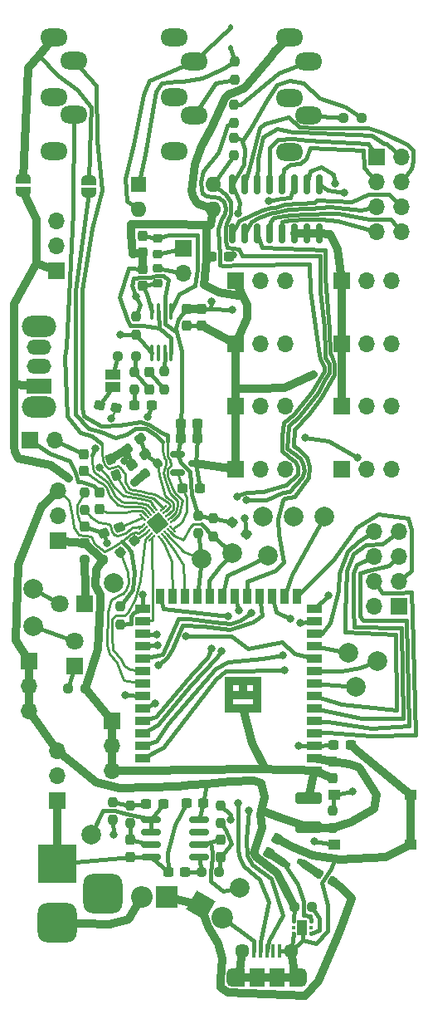
<source format=gbr>
G04 #@! TF.GenerationSoftware,KiCad,Pcbnew,8.0.3*
G04 #@! TF.CreationDate,2024-07-27T02:44:29-04:00*
G04 #@! TF.ProjectId,MEAP_Rev4,4d454150-5f52-4657-9634-2e6b69636164,rev?*
G04 #@! TF.SameCoordinates,Original*
G04 #@! TF.FileFunction,Copper,L1,Top*
G04 #@! TF.FilePolarity,Positive*
%FSLAX46Y46*%
G04 Gerber Fmt 4.6, Leading zero omitted, Abs format (unit mm)*
G04 Created by KiCad (PCBNEW 8.0.3) date 2024-07-27 02:44:29*
%MOMM*%
%LPD*%
G01*
G04 APERTURE LIST*
G04 Aperture macros list*
%AMRoundRect*
0 Rectangle with rounded corners*
0 $1 Rounding radius*
0 $2 $3 $4 $5 $6 $7 $8 $9 X,Y pos of 4 corners*
0 Add a 4 corners polygon primitive as box body*
4,1,4,$2,$3,$4,$5,$6,$7,$8,$9,$2,$3,0*
0 Add four circle primitives for the rounded corners*
1,1,$1+$1,$2,$3*
1,1,$1+$1,$4,$5*
1,1,$1+$1,$6,$7*
1,1,$1+$1,$8,$9*
0 Add four rect primitives between the rounded corners*
20,1,$1+$1,$2,$3,$4,$5,0*
20,1,$1+$1,$4,$5,$6,$7,0*
20,1,$1+$1,$6,$7,$8,$9,0*
20,1,$1+$1,$8,$9,$2,$3,0*%
%AMHorizOval*
0 Thick line with rounded ends*
0 $1 width*
0 $2 $3 position (X,Y) of the first rounded end (center of the circle)*
0 $4 $5 position (X,Y) of the second rounded end (center of the circle)*
0 Add line between two ends*
20,1,$1,$2,$3,$4,$5,0*
0 Add two circle primitives to create the rounded ends*
1,1,$1,$2,$3*
1,1,$1,$4,$5*%
%AMRotRect*
0 Rectangle, with rotation*
0 The origin of the aperture is its center*
0 $1 length*
0 $2 width*
0 $3 Rotation angle, in degrees counterclockwise*
0 Add horizontal line*
21,1,$1,$2,0,0,$3*%
%AMFreePoly0*
4,1,19,0.500000,-0.750000,0.000000,-0.750000,0.000000,-0.744911,-0.071157,-0.744911,-0.207708,-0.704816,-0.327430,-0.627875,-0.420627,-0.520320,-0.479746,-0.390866,-0.500000,-0.250000,-0.500000,0.250000,-0.479746,0.390866,-0.420627,0.520320,-0.327430,0.627875,-0.207708,0.704816,-0.071157,0.744911,0.000000,0.744911,0.000000,0.750000,0.500000,0.750000,0.500000,-0.750000,0.500000,-0.750000,
$1*%
%AMFreePoly1*
4,1,19,0.000000,0.744911,0.071157,0.744911,0.207708,0.704816,0.327430,0.627875,0.420627,0.520320,0.479746,0.390866,0.500000,0.250000,0.500000,-0.250000,0.479746,-0.390866,0.420627,-0.520320,0.327430,-0.627875,0.207708,-0.704816,0.071157,-0.744911,0.000000,-0.744911,0.000000,-0.750000,-0.500000,-0.750000,-0.500000,0.750000,0.000000,0.750000,0.000000,0.744911,0.000000,0.744911,
$1*%
G04 Aperture macros list end*
G04 #@! TA.AperFunction,SMDPad,CuDef*
%ADD10RoundRect,0.150000X-0.825000X-0.150000X0.825000X-0.150000X0.825000X0.150000X-0.825000X0.150000X0*%
G04 #@! TD*
G04 #@! TA.AperFunction,SMDPad,CuDef*
%ADD11RoundRect,0.237500X-0.077151X-0.374772X0.382475X0.010901X0.077151X0.374772X-0.382475X-0.010901X0*%
G04 #@! TD*
G04 #@! TA.AperFunction,SMDPad,CuDef*
%ADD12RoundRect,0.250000X1.100000X-0.325000X1.100000X0.325000X-1.100000X0.325000X-1.100000X-0.325000X0*%
G04 #@! TD*
G04 #@! TA.AperFunction,ComponentPad*
%ADD13C,2.000000*%
G04 #@! TD*
G04 #@! TA.AperFunction,SMDPad,CuDef*
%ADD14RoundRect,0.237500X-0.325783X0.200678X-0.120571X-0.363138X0.325783X-0.200678X0.120571X0.363138X0*%
G04 #@! TD*
G04 #@! TA.AperFunction,SMDPad,CuDef*
%ADD15RoundRect,0.150000X-0.587500X-0.150000X0.587500X-0.150000X0.587500X0.150000X-0.587500X0.150000X0*%
G04 #@! TD*
G04 #@! TA.AperFunction,ComponentPad*
%ADD16R,1.700000X1.700000*%
G04 #@! TD*
G04 #@! TA.AperFunction,ComponentPad*
%ADD17O,1.700000X1.700000*%
G04 #@! TD*
G04 #@! TA.AperFunction,SMDPad,CuDef*
%ADD18RoundRect,0.237500X-0.237500X0.300000X-0.237500X-0.300000X0.237500X-0.300000X0.237500X0.300000X0*%
G04 #@! TD*
G04 #@! TA.AperFunction,SMDPad,CuDef*
%ADD19RoundRect,0.237500X0.237500X-0.250000X0.237500X0.250000X-0.237500X0.250000X-0.237500X-0.250000X0*%
G04 #@! TD*
G04 #@! TA.AperFunction,SMDPad,CuDef*
%ADD20RoundRect,0.150000X-0.583790X0.163846X0.433790X-0.423654X0.583790X-0.163846X-0.433790X0.423654X0*%
G04 #@! TD*
G04 #@! TA.AperFunction,SMDPad,CuDef*
%ADD21RoundRect,0.218750X-0.256250X0.218750X-0.256250X-0.218750X0.256250X-0.218750X0.256250X0.218750X0*%
G04 #@! TD*
G04 #@! TA.AperFunction,ComponentPad*
%ADD22O,2.800000X1.800000*%
G04 #@! TD*
G04 #@! TA.AperFunction,SMDPad,CuDef*
%ADD23RoundRect,0.237500X0.237500X-0.300000X0.237500X0.300000X-0.237500X0.300000X-0.237500X-0.300000X0*%
G04 #@! TD*
G04 #@! TA.AperFunction,SMDPad,CuDef*
%ADD24RoundRect,0.237500X-0.300000X-0.237500X0.300000X-0.237500X0.300000X0.237500X-0.300000X0.237500X0*%
G04 #@! TD*
G04 #@! TA.AperFunction,SMDPad,CuDef*
%ADD25RoundRect,0.237500X-0.038849X-0.342632X0.344173X-0.021239X0.038849X0.342632X-0.344173X0.021239X0*%
G04 #@! TD*
G04 #@! TA.AperFunction,SMDPad,CuDef*
%ADD26RoundRect,0.150000X0.150000X-0.825000X0.150000X0.825000X-0.150000X0.825000X-0.150000X-0.825000X0*%
G04 #@! TD*
G04 #@! TA.AperFunction,ComponentPad*
%ADD27R,1.600000X1.600000*%
G04 #@! TD*
G04 #@! TA.AperFunction,ComponentPad*
%ADD28O,1.600000X1.600000*%
G04 #@! TD*
G04 #@! TA.AperFunction,SMDPad,CuDef*
%ADD29RoundRect,0.218750X0.256250X-0.218750X0.256250X0.218750X-0.256250X0.218750X-0.256250X-0.218750X0*%
G04 #@! TD*
G04 #@! TA.AperFunction,SMDPad,CuDef*
%ADD30RoundRect,0.237500X-0.250000X-0.237500X0.250000X-0.237500X0.250000X0.237500X-0.250000X0.237500X0*%
G04 #@! TD*
G04 #@! TA.AperFunction,SMDPad,CuDef*
%ADD31R,1.500000X0.900000*%
G04 #@! TD*
G04 #@! TA.AperFunction,SMDPad,CuDef*
%ADD32R,0.900000X1.500000*%
G04 #@! TD*
G04 #@! TA.AperFunction,SMDPad,CuDef*
%ADD33R,0.900000X0.900000*%
G04 #@! TD*
G04 #@! TA.AperFunction,SMDPad,CuDef*
%ADD34RoundRect,0.093750X-0.093750X-0.106250X0.093750X-0.106250X0.093750X0.106250X-0.093750X0.106250X0*%
G04 #@! TD*
G04 #@! TA.AperFunction,HeatsinkPad*
%ADD35R,1.000000X1.600000*%
G04 #@! TD*
G04 #@! TA.AperFunction,SMDPad,CuDef*
%ADD36RoundRect,0.050000X0.255127X0.279348X-0.319406X-0.202743X-0.255127X-0.279348X0.319406X0.202743X0*%
G04 #@! TD*
G04 #@! TA.AperFunction,SMDPad,CuDef*
%ADD37RoundRect,0.050000X-0.202743X0.319406X-0.279348X0.255127X0.202743X-0.319406X0.279348X-0.255127X0*%
G04 #@! TD*
G04 #@! TA.AperFunction,HeatsinkPad*
%ADD38RotRect,1.650000X1.650000X220.000000*%
G04 #@! TD*
G04 #@! TA.AperFunction,SMDPad,CuDef*
%ADD39RoundRect,0.237500X0.300000X0.237500X-0.300000X0.237500X-0.300000X-0.237500X0.300000X-0.237500X0*%
G04 #@! TD*
G04 #@! TA.AperFunction,SMDPad,CuDef*
%ADD40R,1.500000X1.000000*%
G04 #@! TD*
G04 #@! TA.AperFunction,ComponentPad*
%ADD41R,4.000000X4.000000*%
G04 #@! TD*
G04 #@! TA.AperFunction,ComponentPad*
%ADD42RoundRect,1.000000X1.000000X-1.000000X1.000000X1.000000X-1.000000X1.000000X-1.000000X-1.000000X0*%
G04 #@! TD*
G04 #@! TA.AperFunction,SMDPad,CuDef*
%ADD43RoundRect,0.218750X-0.317568X-0.112544X0.061318X-0.331294X0.317568X0.112544X-0.061318X0.331294X0*%
G04 #@! TD*
G04 #@! TA.AperFunction,SMDPad,CuDef*
%ADD44R,1.250000X1.000000*%
G04 #@! TD*
G04 #@! TA.AperFunction,SMDPad,CuDef*
%ADD45FreePoly0,90.000000*%
G04 #@! TD*
G04 #@! TA.AperFunction,SMDPad,CuDef*
%ADD46FreePoly1,90.000000*%
G04 #@! TD*
G04 #@! TA.AperFunction,SMDPad,CuDef*
%ADD47RoundRect,0.237500X-0.237500X0.250000X-0.237500X-0.250000X0.237500X-0.250000X0.237500X0.250000X0*%
G04 #@! TD*
G04 #@! TA.AperFunction,SMDPad,CuDef*
%ADD48RoundRect,0.237500X-0.200678X-0.325783X0.363138X-0.120571X0.200678X0.325783X-0.363138X0.120571X0*%
G04 #@! TD*
G04 #@! TA.AperFunction,SMDPad,CuDef*
%ADD49RoundRect,0.237500X0.336684X0.181797X-0.254201X0.285986X-0.336684X-0.181797X0.254201X-0.285986X0*%
G04 #@! TD*
G04 #@! TA.AperFunction,SMDPad,CuDef*
%ADD50RoundRect,0.112500X0.112500X-0.187500X0.112500X0.187500X-0.112500X0.187500X-0.112500X-0.187500X0*%
G04 #@! TD*
G04 #@! TA.AperFunction,ComponentPad*
%ADD51O,3.500000X2.200000*%
G04 #@! TD*
G04 #@! TA.AperFunction,ComponentPad*
%ADD52R,2.500000X1.500000*%
G04 #@! TD*
G04 #@! TA.AperFunction,ComponentPad*
%ADD53O,2.500000X1.500000*%
G04 #@! TD*
G04 #@! TA.AperFunction,SMDPad,CuDef*
%ADD54RoundRect,0.237500X0.055681X-0.378558X0.355681X0.141058X-0.055681X0.378558X-0.355681X-0.141058X0*%
G04 #@! TD*
G04 #@! TA.AperFunction,ComponentPad*
%ADD55RotRect,2.200000X2.200000X330.000000*%
G04 #@! TD*
G04 #@! TA.AperFunction,ComponentPad*
%ADD56HorizOval,2.200000X0.000000X0.000000X0.000000X0.000000X0*%
G04 #@! TD*
G04 #@! TA.AperFunction,SMDPad,CuDef*
%ADD57R,0.400000X1.350000*%
G04 #@! TD*
G04 #@! TA.AperFunction,ComponentPad*
%ADD58O,1.200000X1.900000*%
G04 #@! TD*
G04 #@! TA.AperFunction,SMDPad,CuDef*
%ADD59R,1.200000X1.900000*%
G04 #@! TD*
G04 #@! TA.AperFunction,ComponentPad*
%ADD60C,1.450000*%
G04 #@! TD*
G04 #@! TA.AperFunction,SMDPad,CuDef*
%ADD61R,1.500000X1.900000*%
G04 #@! TD*
G04 #@! TA.AperFunction,ComponentPad*
%ADD62R,2.200000X2.200000*%
G04 #@! TD*
G04 #@! TA.AperFunction,ComponentPad*
%ADD63O,2.200000X2.200000*%
G04 #@! TD*
G04 #@! TA.AperFunction,SMDPad,CuDef*
%ADD64RoundRect,0.237500X0.250000X0.237500X-0.250000X0.237500X-0.250000X-0.237500X0.250000X-0.237500X0*%
G04 #@! TD*
G04 #@! TA.AperFunction,SMDPad,CuDef*
%ADD65RoundRect,0.100000X0.100000X-0.712500X0.100000X0.712500X-0.100000X0.712500X-0.100000X-0.712500X0*%
G04 #@! TD*
G04 #@! TA.AperFunction,ComponentPad*
%ADD66R,1.800000X1.800000*%
G04 #@! TD*
G04 #@! TA.AperFunction,ComponentPad*
%ADD67C,1.800000*%
G04 #@! TD*
G04 #@! TA.AperFunction,SMDPad,CuDef*
%ADD68RoundRect,0.237500X-0.344173X-0.021239X0.038849X-0.342632X0.344173X0.021239X-0.038849X0.342632X0*%
G04 #@! TD*
G04 #@! TA.AperFunction,SMDPad,CuDef*
%ADD69RoundRect,0.218750X-0.002858X-0.336909X0.332287X-0.055689X0.002858X0.336909X-0.332287X0.055689X0*%
G04 #@! TD*
G04 #@! TA.AperFunction,ViaPad*
%ADD70C,0.800000*%
G04 #@! TD*
G04 #@! TA.AperFunction,Conductor*
%ADD71C,0.406400*%
G04 #@! TD*
G04 #@! TA.AperFunction,Conductor*
%ADD72C,0.812800*%
G04 #@! TD*
G04 #@! TA.AperFunction,Conductor*
%ADD73C,0.254000*%
G04 #@! TD*
G04 APERTURE END LIST*
D10*
X32165000Y-97215000D03*
X32165000Y-98485000D03*
X32165000Y-99755000D03*
X32165000Y-101025000D03*
X37115000Y-101025000D03*
X37115000Y-99755000D03*
X37115000Y-98485000D03*
X37115000Y-97215000D03*
D11*
X29768572Y-59478810D03*
X31090000Y-58370000D03*
D12*
X48250000Y-97995000D03*
X48250000Y-95045000D03*
D13*
X43620000Y-66350000D03*
D14*
X28055007Y-60489514D03*
X28644993Y-62110486D03*
D15*
X34882503Y-59960000D03*
X34882502Y-61859999D03*
X36757496Y-60910001D03*
D16*
X51700000Y-48700000D03*
D17*
X54240000Y-48700000D03*
X56780000Y-48700000D03*
D18*
X35830000Y-45160000D03*
X35830004Y-46885004D03*
D13*
X40480000Y-70060000D03*
D16*
X35519998Y-38975002D03*
D17*
X35519998Y-41515002D03*
D19*
X40730002Y-21787502D03*
X40730000Y-19962504D03*
D20*
X46662457Y-100012823D03*
X45712459Y-101658277D03*
X47811252Y-101773052D03*
D18*
X30079999Y-99302497D03*
X30079997Y-101027499D03*
D16*
X40800000Y-48700000D03*
D17*
X43340000Y-48700000D03*
X45880000Y-48700000D03*
D19*
X50710001Y-98132499D03*
X50709999Y-96307501D03*
D21*
X32869998Y-37975002D03*
X32869998Y-39550002D03*
D16*
X40800000Y-55100000D03*
D17*
X43340000Y-55100000D03*
X45880000Y-55100000D03*
D22*
X48300000Y-25430000D03*
X46300000Y-23630000D03*
X46300000Y-17530000D03*
X48300000Y-19930000D03*
X46300000Y-29130000D03*
D23*
X39270000Y-101040000D03*
X39269998Y-99314998D03*
D16*
X51700000Y-55100000D03*
D17*
X54240000Y-55100000D03*
X56780000Y-55100000D03*
D16*
X55220000Y-29660000D03*
D17*
X57760000Y-29660000D03*
X55220000Y-32200000D03*
X57760000Y-32200000D03*
X55220000Y-34740000D03*
X57760000Y-34740000D03*
X55220000Y-37280000D03*
X57760000Y-37280000D03*
D13*
X52350000Y-80200000D03*
D16*
X40800000Y-42300000D03*
D17*
X43340000Y-42300000D03*
X45880000Y-42300000D03*
D13*
X44100000Y-70290000D03*
X55320000Y-81070000D03*
D16*
X22690000Y-68810000D03*
D17*
X22690000Y-66270000D03*
X22689997Y-63730001D03*
D18*
X31340000Y-37720000D03*
X31339998Y-39445002D03*
D24*
X35224994Y-56870002D03*
X36950000Y-56870000D03*
D13*
X46755000Y-66350000D03*
D16*
X57469999Y-75489998D03*
D17*
X54929999Y-75489998D03*
X57469999Y-72949998D03*
X54930001Y-72949999D03*
X57469996Y-70409999D03*
X54930000Y-70410000D03*
X57469999Y-67869998D03*
X54929998Y-67869999D03*
D25*
X29070000Y-70000000D03*
X30468030Y-68826912D03*
D26*
X40500000Y-37434998D03*
X41769999Y-37434999D03*
X43039998Y-37434998D03*
X44309999Y-37434998D03*
X45580000Y-37434999D03*
X46849999Y-37434996D03*
X48120000Y-37434998D03*
X49389999Y-37434999D03*
X49389998Y-32484998D03*
X48119999Y-32484997D03*
X46850000Y-32484998D03*
X45579999Y-32484998D03*
X44309998Y-32484997D03*
X43039999Y-32485000D03*
X41769998Y-32484998D03*
X40499999Y-32484997D03*
D18*
X37380000Y-45167502D03*
X37380004Y-46892506D03*
D27*
X30900001Y-32460000D03*
D28*
X30900001Y-35000000D03*
X38520000Y-35000000D03*
X38520001Y-32460000D03*
D23*
X26930000Y-65610000D03*
X26929998Y-63884998D03*
D19*
X40670000Y-26180000D03*
X40669998Y-24355002D03*
D13*
X20180000Y-73670000D03*
X20130000Y-77480000D03*
D24*
X50835000Y-89630000D03*
X52560000Y-89630000D03*
D29*
X32889998Y-42582502D03*
X32889998Y-41007502D03*
D24*
X35222495Y-58400003D03*
X36947501Y-58400001D03*
D30*
X25440000Y-70720000D03*
X27265000Y-70720000D03*
D16*
X40800000Y-61500000D03*
D17*
X43340000Y-61500000D03*
X45880000Y-61500000D03*
D16*
X19750000Y-81040000D03*
D17*
X19750000Y-83580000D03*
X19750000Y-86120000D03*
D19*
X30485001Y-53407500D03*
X30484999Y-51582502D03*
D22*
X24300000Y-25385000D03*
X22300000Y-23585000D03*
X22300000Y-17485000D03*
X24300000Y-19885000D03*
X22300000Y-29085000D03*
D13*
X28380000Y-73080000D03*
D31*
X48839997Y-92260002D03*
X48839997Y-90990002D03*
X48839997Y-89720002D03*
X48839997Y-88450002D03*
X48839997Y-87180002D03*
X48839997Y-85910002D03*
X48839997Y-84640002D03*
X48839997Y-83370002D03*
X48839997Y-82100002D03*
X48839997Y-80830002D03*
X48839997Y-79560002D03*
X48839997Y-78290002D03*
X48839997Y-77020002D03*
X48839997Y-75750002D03*
D32*
X47074997Y-74500002D03*
X45804997Y-74500002D03*
X44534997Y-74500002D03*
X43264997Y-74500002D03*
X41994997Y-74500002D03*
X40724997Y-74500002D03*
X39454997Y-74500002D03*
X38184997Y-74500002D03*
X36914997Y-74500002D03*
X35644997Y-74500002D03*
X34374997Y-74500002D03*
X33104997Y-74500002D03*
D31*
X31339997Y-75750002D03*
X31339997Y-77020002D03*
X31339997Y-78290002D03*
X31339997Y-79560002D03*
X31339997Y-80830002D03*
X31339997Y-82100002D03*
X31339997Y-83370002D03*
X31339997Y-84640002D03*
X31339997Y-85910002D03*
X31339997Y-87180002D03*
X31339997Y-88450002D03*
X31339997Y-89720002D03*
X31339997Y-90990002D03*
X31339997Y-92260002D03*
D33*
X42989997Y-85940002D03*
X42989997Y-84540002D03*
X42989997Y-83140002D03*
X41589997Y-85940002D03*
X41589997Y-84540002D03*
X41589997Y-83140002D03*
X40189997Y-85940002D03*
X40189997Y-84540002D03*
X40189997Y-83140002D03*
D34*
X46750002Y-107580002D03*
X46750003Y-108229997D03*
X46750000Y-108880000D03*
X48525004Y-108879994D03*
X48525003Y-108229999D03*
X48525006Y-107579996D03*
D35*
X47637503Y-108229998D03*
D36*
X34511529Y-66695916D03*
X34254413Y-66389499D03*
X33997297Y-66083080D03*
X33740180Y-65776662D03*
X33483066Y-65470244D03*
D37*
X32567327Y-65390126D03*
X32260910Y-65647242D03*
X31954491Y-65904358D03*
X31648073Y-66161475D03*
X31341655Y-66418589D03*
D36*
X31261537Y-67334328D03*
X31518653Y-67640745D03*
X31775769Y-67947164D03*
X32032886Y-68253582D03*
X32290000Y-68560000D03*
D37*
X33205739Y-68640118D03*
X33512156Y-68383002D03*
X33818575Y-68125886D03*
X34124993Y-67868769D03*
X34431411Y-67611655D03*
D38*
X32886533Y-67015122D03*
D13*
X53140000Y-83660000D03*
X49890000Y-66350000D03*
D39*
X32250000Y-54960000D03*
X30524998Y-54960004D03*
D40*
X28339998Y-51849996D03*
X28340000Y-53150000D03*
D41*
X22602500Y-101740000D03*
D42*
X22602500Y-107740000D03*
X27302500Y-104740000D03*
D43*
X49330000Y-102720000D03*
X50693990Y-103507500D03*
D30*
X28835002Y-49969998D03*
X30660000Y-49970000D03*
D44*
X58684999Y-94670000D03*
X50935001Y-94670000D03*
D16*
X28210000Y-87180000D03*
D17*
X28210000Y-89720000D03*
X28210000Y-92260000D03*
D23*
X25350002Y-61722502D03*
X25349998Y-59997498D03*
D45*
X19170000Y-33200001D03*
D46*
X19170000Y-31899999D03*
D47*
X29060000Y-75480000D03*
X29060000Y-77304994D03*
D39*
X37562499Y-95584996D03*
X35837497Y-95585000D03*
D45*
X25820000Y-33330000D03*
D46*
X25820002Y-32029996D03*
D16*
X51700000Y-61500000D03*
D17*
X54240000Y-61500000D03*
X56780000Y-61500000D03*
D16*
X51700000Y-42300000D03*
D17*
X54240000Y-42300000D03*
X56780000Y-42300000D03*
D19*
X28329998Y-97254998D03*
X28330000Y-95430000D03*
D48*
X27369514Y-68064993D03*
X28990486Y-67475007D03*
D24*
X35427498Y-63460002D03*
X37152502Y-63459998D03*
D18*
X50750000Y-91280000D03*
X50749998Y-93005002D03*
D23*
X32015001Y-53357502D03*
X32014999Y-51632500D03*
D49*
X28659398Y-55289770D03*
X26960602Y-54990230D03*
D50*
X40360002Y-18587502D03*
X40359998Y-16487500D03*
D51*
X20740000Y-55140000D03*
X20740000Y-46940000D03*
D52*
X20740000Y-53040000D03*
D53*
X20740001Y-51039999D03*
X20740000Y-49040000D03*
D54*
X44208749Y-100656948D03*
X45071251Y-99163052D03*
D30*
X46825004Y-106159998D03*
X48650000Y-106160000D03*
D55*
X37310000Y-105960000D03*
D56*
X39509705Y-107230000D03*
D13*
X41260000Y-104220000D03*
D47*
X30660000Y-45950000D03*
X30660000Y-47774994D03*
D57*
X42729999Y-110632000D03*
X43379999Y-110632000D03*
X44029999Y-110632000D03*
X44679999Y-110632000D03*
X45329999Y-110632000D03*
D58*
X40529999Y-113332000D03*
D59*
X41129999Y-113332000D03*
D60*
X41529999Y-110632000D03*
D61*
X43029999Y-113332000D03*
X45029999Y-113332000D03*
D60*
X46529999Y-110632000D03*
D59*
X46929999Y-113332000D03*
D58*
X47529999Y-113332000D03*
D22*
X36560000Y-25420000D03*
X34560000Y-23620000D03*
X34560000Y-17520000D03*
X36560000Y-19920000D03*
X34560000Y-29120000D03*
D62*
X33830000Y-105130000D03*
D63*
X31290000Y-105130000D03*
D16*
X19820000Y-58520000D03*
D17*
X22360000Y-58520000D03*
D24*
X31724998Y-95594998D03*
X33449998Y-95594998D03*
D64*
X39149995Y-102614999D03*
X37324999Y-102615001D03*
D47*
X39270000Y-95780000D03*
X39269998Y-97604998D03*
D11*
X30270000Y-61080000D03*
X31591428Y-59971190D03*
D65*
X32299999Y-49664999D03*
X32949999Y-49664999D03*
X33599998Y-49665001D03*
X34249998Y-49665000D03*
X34249999Y-45440001D03*
X33599999Y-45440001D03*
X32950000Y-45439999D03*
X32300000Y-45440000D03*
D16*
X22540003Y-41299999D03*
D17*
X22540003Y-38759999D03*
X22540003Y-36219999D03*
D23*
X25390000Y-69090000D03*
X25389998Y-67364994D03*
D66*
X24390000Y-81600000D03*
D67*
X24390000Y-79060000D03*
D16*
X22640000Y-95310000D03*
D17*
X22640000Y-92770000D03*
X22640000Y-90230000D03*
D13*
X37380000Y-70630000D03*
X26130000Y-98750000D03*
D19*
X33565000Y-53382499D03*
X33564998Y-51557501D03*
D44*
X50940002Y-99810000D03*
X58690000Y-99810000D03*
D23*
X31340000Y-42810004D03*
X31339998Y-41085002D03*
D47*
X30040000Y-95790000D03*
X30039998Y-97614998D03*
D66*
X25440000Y-75220000D03*
D67*
X22900000Y-75220000D03*
D39*
X35692499Y-102614996D03*
X33967497Y-102615000D03*
D47*
X25390000Y-63865006D03*
X25390000Y-65690000D03*
D19*
X36990001Y-68042499D03*
X36989999Y-66217501D03*
D24*
X38384994Y-39820002D03*
X40110000Y-39820000D03*
D19*
X38570000Y-68350000D03*
X38569998Y-66525002D03*
D68*
X40490986Y-66923457D03*
X41889014Y-68096543D03*
D30*
X23707500Y-83860000D03*
X25532500Y-83860000D03*
D64*
X53692498Y-25739999D03*
X51867502Y-25740001D03*
D47*
X40630001Y-27717501D03*
X40629999Y-29542499D03*
D69*
X31633480Y-61922390D03*
X32840000Y-60910000D03*
D70*
X40330000Y-97220000D03*
X50990000Y-32350000D03*
X40580000Y-39676083D03*
X38390000Y-44430000D03*
X27710000Y-69080000D03*
X32640000Y-85420000D03*
X29540000Y-84560000D03*
X28370000Y-98800000D03*
X23810000Y-62420000D03*
X42160000Y-96320000D03*
X41100000Y-95550000D03*
X30490000Y-62850000D03*
X41120000Y-35450000D03*
X53280000Y-60350000D03*
X47940000Y-58260000D03*
X40470000Y-45220000D03*
X31370000Y-74320000D03*
X48830000Y-99440000D03*
X39420000Y-80050000D03*
X38340000Y-79840000D03*
X35750000Y-78560000D03*
X46400000Y-76790000D03*
X30630000Y-43870000D03*
X48790000Y-51860000D03*
X29520000Y-60630000D03*
X26480000Y-59370000D03*
X32886533Y-67015122D03*
X28140000Y-56320000D03*
X26940000Y-61380000D03*
X29020000Y-47830000D03*
X47260000Y-89680000D03*
X52790000Y-94370000D03*
X47410000Y-77220000D03*
X50270000Y-74370000D03*
X40970000Y-64270000D03*
X41940000Y-64680000D03*
X32970000Y-81520000D03*
X32790000Y-78370000D03*
X32860000Y-79470000D03*
X41760000Y-66540000D03*
X41160000Y-75930000D03*
X40090000Y-76530000D03*
X42460000Y-76150000D03*
X45650000Y-80510000D03*
X45840000Y-81990000D03*
X31820000Y-56160000D03*
X44250000Y-34130000D03*
X51910000Y-33340000D03*
D71*
X37115000Y-101025000D02*
X37324999Y-102615001D01*
X40048198Y-98850000D02*
X39840000Y-98240000D01*
X39840000Y-98240000D02*
X39269998Y-97604998D01*
X40310000Y-96720000D02*
X40330000Y-97220000D01*
X40370000Y-99730000D02*
X40048198Y-98850000D01*
X39270000Y-101040000D02*
X40370000Y-99730000D01*
X39149995Y-102614999D02*
X39270000Y-101040000D01*
X38460000Y-101260000D02*
X38450000Y-100610000D01*
X38360000Y-101690000D02*
X38460000Y-101260000D01*
X37115000Y-99755000D02*
X38280000Y-99502914D01*
X38280000Y-99502914D02*
X39159997Y-99312497D01*
X38450000Y-100610000D02*
X38280000Y-99502914D01*
X38300588Y-102710000D02*
X38360000Y-101690000D01*
X38330000Y-103510000D02*
X38300588Y-102710000D01*
X37115000Y-97215000D02*
X37562499Y-95584996D01*
X32165000Y-101025000D02*
X33967497Y-102615000D01*
X32165000Y-101025000D02*
X30079997Y-101027499D01*
X32165000Y-99755000D02*
X30079999Y-99302497D01*
X32165000Y-97215000D02*
X33449998Y-95594998D01*
X32165000Y-97215000D02*
X32165000Y-98485000D01*
X32165000Y-97215000D02*
X32070000Y-97200000D01*
X32070000Y-97200000D02*
X30060000Y-96740000D01*
X50840000Y-31490000D02*
X49580000Y-30702342D01*
X50990000Y-32350000D02*
X50840000Y-31490000D01*
X49580000Y-30702342D02*
X48410000Y-31080000D01*
D72*
X18250000Y-52880000D02*
X20740000Y-53040000D01*
D71*
X40110000Y-39820000D02*
X40580000Y-39676083D01*
X41170922Y-39039078D02*
X40000000Y-38880000D01*
X40000000Y-38880000D02*
X39772120Y-38210000D01*
X39210000Y-40720000D02*
X39258477Y-39640000D01*
X39258477Y-39640000D02*
X39160000Y-38520000D01*
X39570000Y-40740000D02*
X39210000Y-40720000D01*
X38384994Y-39820002D02*
X37830000Y-40090000D01*
X41480000Y-39760985D02*
X49433600Y-39790000D01*
X41480000Y-39760985D02*
X41170922Y-39039078D01*
X41310000Y-40688008D02*
X39570000Y-40740000D01*
X41310000Y-40688008D02*
X48380000Y-40600000D01*
D72*
X37830000Y-40090000D02*
X37839315Y-39320000D01*
X37839315Y-39320000D02*
X37860000Y-37610000D01*
X38269231Y-36630000D02*
X37840000Y-36619827D01*
X41562904Y-43877096D02*
X40800000Y-42300000D01*
X41990000Y-44760000D02*
X41562904Y-43877096D01*
X39170000Y-43450000D02*
X37630000Y-42680000D01*
X41562904Y-43877096D02*
X39170000Y-43450000D01*
X37630000Y-42680000D02*
X37830000Y-40090000D01*
X37860000Y-37610000D02*
X37840000Y-36619827D01*
X37840000Y-36619827D02*
X34050000Y-36530000D01*
D71*
X38330000Y-45183642D02*
X38390000Y-44430000D01*
X38330000Y-45183642D02*
X37380000Y-45167502D01*
X40470000Y-45220000D02*
X38330000Y-45183642D01*
X36680000Y-42820000D02*
X36930000Y-41130000D01*
X35090000Y-43610000D02*
X36680000Y-42820000D01*
X34249999Y-45440001D02*
X35090000Y-43610000D01*
X35430000Y-37620000D02*
X33970000Y-37620000D01*
X36960000Y-37670000D02*
X35430000Y-37620000D01*
X36930000Y-41130000D02*
X36960000Y-37670000D01*
X33970000Y-37620000D02*
X32869998Y-37975002D01*
X33640000Y-43930000D02*
X33940000Y-42200000D01*
X33599999Y-45440001D02*
X33630000Y-46740000D01*
X34750000Y-47080000D02*
X34849184Y-47530000D01*
X34849184Y-47530000D02*
X35290000Y-49530000D01*
X33630000Y-46740000D02*
X34849184Y-47530000D01*
X32300000Y-45440000D02*
X31750000Y-43690000D01*
X31750000Y-43690000D02*
X31340000Y-42810004D01*
X33470000Y-41790000D02*
X33940000Y-42200000D01*
X32470000Y-41860000D02*
X32670000Y-41780000D01*
X31260000Y-41925702D02*
X32080000Y-41940000D01*
X32080000Y-41940000D02*
X32470000Y-41860000D01*
X32670000Y-41780000D02*
X33470000Y-41790000D01*
X30630000Y-43870000D02*
X30280000Y-42780000D01*
X30440000Y-42020000D02*
X31260000Y-41925702D01*
X30280000Y-42780000D02*
X30440000Y-42020000D01*
X29010000Y-43950000D02*
X29940000Y-41060000D01*
X29830000Y-46350000D02*
X29010000Y-43950000D01*
X29940000Y-41060000D02*
X31339998Y-41085002D01*
X41260000Y-104220000D02*
X39540000Y-104550000D01*
X39540000Y-104550000D02*
X38330000Y-103510000D01*
D73*
X27470000Y-69880000D02*
X28125314Y-69595314D01*
X29261321Y-68871321D02*
X28125314Y-69595314D01*
D71*
X30300000Y-73780000D02*
X30540000Y-72020000D01*
X30540000Y-72020000D02*
X30180000Y-69880000D01*
X30180000Y-69880000D02*
X29740000Y-69350000D01*
X29060000Y-75480000D02*
X30300000Y-73780000D01*
D73*
X29261321Y-68871321D02*
X30175435Y-68105435D01*
D71*
X29740000Y-69350000D02*
X29261321Y-68871321D01*
D73*
X30560000Y-74750000D02*
X31130000Y-72870000D01*
X29803000Y-76160000D02*
X30560000Y-74750000D01*
X31130000Y-72870000D02*
X31590000Y-68620000D01*
D71*
X27369514Y-68064993D02*
X27710000Y-69080000D01*
D73*
X26100000Y-68340000D02*
X26420000Y-69110000D01*
X26420000Y-69110000D02*
X27470000Y-69880000D01*
X30560000Y-67910000D02*
X30175435Y-68105435D01*
X29490000Y-76376129D02*
X29150000Y-76420000D01*
X29490000Y-76376129D02*
X29803000Y-76160000D01*
X28210000Y-78560000D02*
X28216036Y-76770000D01*
X29150000Y-76420000D02*
X28660000Y-76456762D01*
X28216036Y-76770000D02*
X28660000Y-76456762D01*
X28280000Y-79900000D02*
X28210000Y-78560000D01*
X29167894Y-80922106D02*
X29510000Y-81620000D01*
X29167894Y-80922106D02*
X28280000Y-79900000D01*
X28694356Y-81210000D02*
X27929002Y-80290998D01*
X27688832Y-79450000D02*
X27810000Y-76040000D01*
X27929002Y-80290998D02*
X27688832Y-79450000D01*
X29390000Y-83030000D02*
X28694356Y-81210000D01*
D71*
X30180000Y-76510000D02*
X30140000Y-77250000D01*
X30140000Y-77250000D02*
X29060000Y-77304994D01*
X30180000Y-76510000D02*
X30390000Y-76200000D01*
X30390000Y-76200000D02*
X31339997Y-75750002D01*
X31339997Y-85910002D02*
X32640000Y-85420000D01*
X40310000Y-96720000D02*
X39270000Y-95780000D01*
X28370000Y-98800000D02*
X28329998Y-97254998D01*
X31339997Y-84640002D02*
X29540000Y-84560000D01*
X42544316Y-101855684D02*
X41988790Y-100901210D01*
X41896919Y-99180000D02*
X42160000Y-96320000D01*
X41988790Y-100901210D02*
X41896919Y-99180000D01*
X43260000Y-103350000D02*
X41695143Y-101974857D01*
X41283518Y-101170000D02*
X41100000Y-100340000D01*
X41695143Y-101974857D02*
X41283518Y-101170000D01*
X44220000Y-105640000D02*
X43260000Y-103350000D01*
X43363979Y-109670000D02*
X44220000Y-105640000D01*
X43379999Y-110632000D02*
X43363979Y-109670000D01*
X44505108Y-103228471D02*
X42544316Y-101855684D01*
X45690000Y-106990000D02*
X44505108Y-103228471D01*
X44029999Y-110632000D02*
X44208327Y-109640000D01*
X44208327Y-109640000D02*
X45690000Y-106990000D01*
D72*
X42918024Y-101071976D02*
X45020000Y-102680000D01*
X42730000Y-100650000D02*
X42918024Y-101071976D01*
X45020000Y-102680000D02*
X46825004Y-106159998D01*
D71*
X28330000Y-95430000D02*
X30040000Y-95790000D01*
X29400000Y-96590000D02*
X30060000Y-96740000D01*
X27240000Y-96330000D02*
X28470000Y-96330000D01*
X26130000Y-98750000D02*
X27240000Y-96330000D01*
X28470000Y-96330000D02*
X29400000Y-96590000D01*
X31724998Y-95594998D02*
X30040000Y-95790000D01*
X34660000Y-97750000D02*
X33870000Y-100590000D01*
X35837497Y-95585000D02*
X34660000Y-97750000D01*
X33870000Y-100590000D02*
X33967497Y-102615000D01*
D72*
X40350000Y-93380000D02*
X37850000Y-93593068D01*
X37850000Y-93593068D02*
X36320000Y-93723466D01*
D71*
X37562499Y-95584996D02*
X37850000Y-93593068D01*
X30079999Y-99302497D02*
X30039998Y-97614998D01*
X30079997Y-101027499D02*
X22602500Y-101740000D01*
X35692499Y-102614996D02*
X37324999Y-102615001D01*
D72*
X28940000Y-94059016D02*
X26580000Y-93440000D01*
X34940000Y-93877021D02*
X36320000Y-93723466D01*
X28940000Y-94059016D02*
X34940000Y-93877021D01*
X26580000Y-93440000D02*
X24770000Y-91920000D01*
X25532500Y-83860000D02*
X28210000Y-87180000D01*
X28210000Y-89720000D02*
X28210000Y-87180000D01*
X28210000Y-92260000D02*
X28210000Y-89720000D01*
X31339997Y-92260002D02*
X28210000Y-92260000D01*
X42640000Y-92088240D02*
X31339997Y-92260002D01*
D73*
X26100000Y-68340000D02*
X24850000Y-68200000D01*
X24850000Y-68200000D02*
X24290000Y-67470000D01*
X24160000Y-66270000D02*
X23800000Y-64680000D01*
X24290000Y-67470000D02*
X24160000Y-66270000D01*
X23800000Y-64680000D02*
X22689997Y-63730001D01*
D72*
X43380000Y-96750000D02*
X43479231Y-96320000D01*
X43479231Y-96320000D02*
X43800000Y-94930000D01*
X45470000Y-97050000D02*
X43479231Y-96320000D01*
D71*
X41100000Y-100340000D02*
X41100000Y-95550000D01*
D72*
X24770000Y-91920000D02*
X22640000Y-90230000D01*
X43560000Y-98060000D02*
X43380000Y-96750000D01*
X42670000Y-93300000D02*
X40350000Y-93380000D01*
X43420000Y-93500000D02*
X42670000Y-93300000D01*
X43800000Y-94930000D02*
X43420000Y-93500000D01*
X45230000Y-92128860D02*
X43840000Y-92070000D01*
X46910000Y-92200000D02*
X45230000Y-92128860D01*
X31633480Y-61922390D02*
X30490000Y-62850000D01*
D73*
X30010000Y-63530000D02*
X29550000Y-62820000D01*
X31443256Y-63806744D02*
X30010000Y-63530000D01*
X31620000Y-63894043D02*
X31443256Y-63806744D01*
X29543866Y-62036134D02*
X29071757Y-61328243D01*
X29550000Y-62820000D02*
X29543866Y-62036134D01*
X33839253Y-64360747D02*
X33627165Y-64232835D01*
X33627165Y-64232835D02*
X33000000Y-62140000D01*
X33000000Y-62140000D02*
X32840000Y-60910000D01*
D71*
X31591428Y-59971190D02*
X32840000Y-60910000D01*
D73*
X33680000Y-60580000D02*
X33531668Y-60328332D01*
X33401749Y-59580000D02*
X33390000Y-58690000D01*
X33531668Y-60328332D02*
X33401749Y-59580000D01*
X34180000Y-60580000D02*
X33978763Y-60341237D01*
X33867001Y-60140000D02*
X33855147Y-59420000D01*
X33978763Y-60341237D02*
X33867001Y-60140000D01*
X33680000Y-61030000D02*
X33680000Y-60580000D01*
X33590000Y-62540000D02*
X33463171Y-61890000D01*
X33463171Y-61890000D02*
X33680000Y-61030000D01*
X33899105Y-62090000D02*
X33894495Y-61810000D01*
X33925417Y-61515417D02*
X34210000Y-61070000D01*
X33894495Y-61810000D02*
X33925417Y-61515417D01*
X34210000Y-61070000D02*
X34180000Y-60580000D01*
D72*
X18680000Y-71220000D02*
X21010000Y-65340000D01*
X21010000Y-65340000D02*
X22689997Y-63730001D01*
X23810000Y-62420000D02*
X21930000Y-61110000D01*
X24170000Y-68963481D02*
X25390000Y-69090000D01*
X22690000Y-68810000D02*
X24170000Y-68963481D01*
X18676609Y-60443391D02*
X18265149Y-59710000D01*
X21930000Y-61110000D02*
X18676609Y-60443391D01*
D73*
X24670000Y-66030000D02*
X24930000Y-66850000D01*
X25390000Y-63865006D02*
X24690000Y-65130000D01*
X24690000Y-65130000D02*
X24670000Y-66030000D01*
X24930000Y-66850000D02*
X25389998Y-67364994D01*
X28423087Y-63257734D02*
X28050000Y-62710000D01*
X28050000Y-62710000D02*
X27790000Y-62300000D01*
X29420000Y-64260000D02*
X28423087Y-63257734D01*
X28318269Y-63771731D02*
X28122933Y-63447067D01*
X27665785Y-62824215D02*
X26380000Y-61760000D01*
X28122933Y-63447067D02*
X27665785Y-62824215D01*
X27226573Y-62983427D02*
X26900000Y-62780000D01*
X27974704Y-64195296D02*
X27594240Y-63325760D01*
X27226573Y-62983427D02*
X27594240Y-63325760D01*
D71*
X23890000Y-60710000D02*
X21890000Y-59910000D01*
X24770000Y-62797679D02*
X24450000Y-61820000D01*
X25100000Y-62804177D02*
X24770000Y-62797679D01*
X24450000Y-61820000D02*
X23890000Y-60710000D01*
X21890000Y-59910000D02*
X19820000Y-58520000D01*
D72*
X18230000Y-59260000D02*
X18265149Y-59710000D01*
X19750000Y-81040000D02*
X18370000Y-78950000D01*
X18370000Y-78950000D02*
X18680000Y-71220000D01*
D71*
X41270000Y-34300000D02*
X41120000Y-35450000D01*
X41178190Y-36208190D02*
X43527985Y-35137985D01*
X43527985Y-35137985D02*
X44440000Y-34882994D01*
X44871197Y-34819600D02*
X44440000Y-34882994D01*
X40500000Y-37434998D02*
X41178190Y-36208190D01*
X42463109Y-36283109D02*
X43159634Y-35899634D01*
X44766832Y-35360622D02*
X44530000Y-35391951D01*
X43159634Y-35899634D02*
X44530000Y-35391951D01*
X41769999Y-37434999D02*
X42463109Y-36283109D01*
X40329599Y-34240401D02*
X39849122Y-33470000D01*
X40340000Y-35560000D02*
X40329599Y-34240401D01*
X40499999Y-32484997D02*
X41270000Y-34300000D01*
X58367641Y-28422359D02*
X55915169Y-27224831D01*
X58907358Y-29012642D02*
X58367641Y-28422359D01*
X58745738Y-30835738D02*
X58948900Y-30080000D01*
X58948900Y-30080000D02*
X58907358Y-29012642D01*
X57760000Y-32200000D02*
X58745738Y-30835738D01*
X50300000Y-58650000D02*
X53280000Y-60350000D01*
X47940000Y-58260000D02*
X50300000Y-58650000D01*
X48240000Y-55900000D02*
X49580000Y-54220000D01*
X48110000Y-60360000D02*
X47270000Y-59480000D01*
X46750000Y-59110000D02*
X46800000Y-57410000D01*
X48260000Y-62380000D02*
X48390000Y-61240000D01*
X46860000Y-64296540D02*
X45843514Y-64483514D01*
X46800000Y-57410000D02*
X48240000Y-55900000D01*
X46860000Y-64296540D02*
X48260000Y-62380000D01*
X48390000Y-61240000D02*
X48110000Y-60360000D01*
X47270000Y-59480000D02*
X46750000Y-59110000D01*
X50930000Y-50780000D02*
X50944785Y-51900000D01*
X49580000Y-54220000D02*
X50944785Y-51900000D01*
X49290000Y-53630000D02*
X49967648Y-52324812D01*
X49967648Y-52324812D02*
X50401837Y-51720000D01*
X46970000Y-60100000D02*
X46100000Y-59360000D01*
X47720000Y-60900000D02*
X47410000Y-60410000D01*
X46230000Y-57090000D02*
X47310000Y-56110000D01*
X47410000Y-60410000D02*
X46970000Y-60100000D01*
X46100000Y-59360000D02*
X46230000Y-57090000D01*
X47310000Y-56110000D02*
X49290000Y-53630000D01*
X50370000Y-50770000D02*
X50401837Y-51720000D01*
X47200000Y-61260000D02*
X46956226Y-60743774D01*
X45530000Y-59630000D02*
X45560000Y-58110000D01*
X46250000Y-60260000D02*
X45530000Y-59630000D01*
X46720000Y-55950000D02*
X48600000Y-53610000D01*
X45560000Y-58110000D02*
X45740000Y-56750000D01*
X46956226Y-60743774D02*
X46250000Y-60260000D01*
X45740000Y-56750000D02*
X46720000Y-55950000D01*
X49850000Y-51540000D02*
X49850000Y-51100000D01*
X48600000Y-53610000D02*
X49850000Y-51540000D01*
X47630000Y-62330000D02*
X47830000Y-61670000D01*
X46320000Y-63774390D02*
X45680000Y-63886289D01*
X46320000Y-63774390D02*
X47630000Y-62330000D01*
X47830000Y-61670000D02*
X47720000Y-60900000D01*
X46000000Y-63139036D02*
X45630000Y-63180000D01*
X47182178Y-62040000D02*
X47200000Y-61260000D01*
X46000000Y-63139036D02*
X47182178Y-62040000D01*
D72*
X41990000Y-46110000D02*
X41990000Y-44760000D01*
X40800000Y-48700000D02*
X41990000Y-46110000D01*
D71*
X34882503Y-59960000D02*
X35222495Y-58400003D01*
X36270000Y-62960000D02*
X36130000Y-61730000D01*
X36989999Y-66217501D02*
X36320000Y-64050000D01*
X36130000Y-61730000D02*
X35610000Y-61170000D01*
X35610000Y-61170000D02*
X35280000Y-60800000D01*
X36320000Y-64050000D02*
X36270000Y-62960000D01*
X35280000Y-60800000D02*
X34882503Y-59960000D01*
D72*
X38520000Y-35000000D02*
X38269231Y-36630000D01*
X34050000Y-36530000D02*
X30160000Y-36530000D01*
X30160000Y-36530000D02*
X30120000Y-37580000D01*
X30120000Y-37580000D02*
X30360000Y-39570000D01*
X30360000Y-39570000D02*
X31339998Y-39445002D01*
D71*
X35290000Y-49530000D02*
X35290000Y-54730000D01*
X34960000Y-46230000D02*
X34750000Y-47080000D01*
X35830000Y-45160000D02*
X34960000Y-46230000D01*
X35290000Y-54730000D02*
X35224994Y-56870002D01*
X34249998Y-49665000D02*
X34260000Y-48140000D01*
X34260000Y-48140000D02*
X33030000Y-47110000D01*
D73*
X30940000Y-68050000D02*
X30560000Y-67910000D01*
X31518653Y-67640745D02*
X30940000Y-68050000D01*
X29586785Y-68026785D02*
X28830000Y-68292216D01*
X28485249Y-68224751D02*
X28303064Y-68060000D01*
X28830000Y-68292216D02*
X28485249Y-68224751D01*
X29586785Y-68026785D02*
X30360000Y-67480000D01*
X30360000Y-67480000D02*
X31261537Y-67334328D01*
D71*
X50940002Y-99810000D02*
X48830000Y-99440000D01*
X31370000Y-74320000D02*
X31339997Y-75750002D01*
X38870000Y-80740000D02*
X39420000Y-80050000D01*
X37980000Y-80770000D02*
X38340000Y-79840000D01*
X40410000Y-78560000D02*
X35750000Y-78560000D01*
X42100000Y-79805126D02*
X40410000Y-78560000D01*
X45560000Y-79140000D02*
X42100000Y-79805126D01*
X35400000Y-77430000D02*
X37500000Y-77510000D01*
X33880012Y-80620012D02*
X34384710Y-79764710D01*
X34384710Y-79764710D02*
X35400000Y-77430000D01*
X40200000Y-77883333D02*
X40780000Y-77690000D01*
X37500000Y-77510000D02*
X40200000Y-77883333D01*
X33380000Y-80383557D02*
X34960000Y-76790000D01*
X40290000Y-77268555D02*
X38630000Y-77080000D01*
X41333753Y-76953753D02*
X40290000Y-77268555D01*
X36100000Y-76730000D02*
X34960000Y-76790000D01*
X38630000Y-77080000D02*
X36100000Y-76730000D01*
X46840000Y-80280000D02*
X45560000Y-79140000D01*
X48839997Y-80830002D02*
X46840000Y-80280000D01*
X46400000Y-76790000D02*
X44980000Y-76060000D01*
X44980000Y-76060000D02*
X44534997Y-74500002D01*
X31050000Y-44780000D02*
X30660000Y-45950000D01*
X31050000Y-44780000D02*
X30630000Y-43870000D01*
X49420000Y-23660000D02*
X47760000Y-22150000D01*
X45080000Y-22280000D02*
X44080000Y-23850000D01*
X46300000Y-21930000D02*
X45080000Y-22280000D01*
X41740000Y-28900000D02*
X41542885Y-28080000D01*
X53692498Y-25739999D02*
X52100000Y-24590000D01*
X47760000Y-22150000D02*
X46300000Y-21930000D01*
X44080000Y-23850000D02*
X42320000Y-26780000D01*
X52100000Y-24590000D02*
X49420000Y-23660000D01*
X41542885Y-28080000D02*
X41490000Y-27860000D01*
X42320000Y-26780000D02*
X41542885Y-28080000D01*
X41310000Y-24319446D02*
X45220000Y-21120000D01*
X40669998Y-24355002D02*
X41310000Y-24319446D01*
X45220000Y-21120000D02*
X48300000Y-19930000D01*
X51867502Y-25740001D02*
X48300000Y-25430000D01*
D72*
X45810000Y-53230000D02*
X43050000Y-53330000D01*
X48790000Y-51860000D02*
X45810000Y-53230000D01*
X40800000Y-50570000D02*
X40800000Y-53260000D01*
X40800000Y-53260000D02*
X40800000Y-55100000D01*
X43050000Y-53330000D02*
X40800000Y-53260000D01*
X40800000Y-48700000D02*
X40800000Y-50570000D01*
D71*
X49430000Y-50280000D02*
X49330000Y-49350000D01*
X48380000Y-40600000D02*
X48426405Y-43290000D01*
X49850000Y-51100000D02*
X49430000Y-50280000D01*
X49330000Y-49350000D02*
X48426405Y-43290000D01*
X49960000Y-50140000D02*
X50370000Y-50770000D01*
X49953743Y-49582196D02*
X49960000Y-50140000D01*
X49894232Y-47076798D02*
X49953743Y-49582196D01*
X49433600Y-39790000D02*
X49432652Y-43370000D01*
X49432652Y-43370000D02*
X49894232Y-47076798D01*
X50462059Y-49687941D02*
X50420000Y-47270000D01*
X50462059Y-49687941D02*
X50650000Y-50040000D01*
X50420000Y-47270000D02*
X49940000Y-41920000D01*
X49940000Y-39140000D02*
X49940000Y-41920000D01*
X50650000Y-50040000D02*
X50930000Y-50780000D01*
D72*
X36486630Y-33763370D02*
X36363917Y-33120000D01*
X37395565Y-28555565D02*
X36697811Y-30460000D01*
X36363917Y-33120000D02*
X36697811Y-30460000D01*
X36900000Y-34449695D02*
X36486630Y-33763370D01*
D71*
X37462985Y-33387015D02*
X37331933Y-33020000D01*
X37331933Y-33020000D02*
X37269901Y-32230000D01*
X37269901Y-32230000D02*
X37490000Y-31090000D01*
X37860000Y-33690000D02*
X37462985Y-33387015D01*
D72*
X38520000Y-35000000D02*
X36900000Y-34449695D01*
X37395565Y-28555565D02*
X38370056Y-26710056D01*
X38370056Y-26710056D02*
X39732962Y-23732962D01*
X40050000Y-23341753D02*
X39732962Y-23732962D01*
X40780000Y-23100000D02*
X40050000Y-23341753D01*
X40780000Y-23100000D02*
X41796160Y-22646160D01*
X44780000Y-18930000D02*
X44479218Y-19439218D01*
X41796160Y-22646160D02*
X44479218Y-19439218D01*
D71*
X39690000Y-27290000D02*
X40020000Y-26470000D01*
X37490000Y-31090000D02*
X39070000Y-29250000D01*
X39070000Y-29250000D02*
X39690000Y-27290000D01*
X40020000Y-26470000D02*
X40670000Y-26180000D01*
X39849122Y-33470000D02*
X38520001Y-32460000D01*
X39150000Y-33800000D02*
X37860000Y-33690000D01*
X39680000Y-34290000D02*
X39150000Y-33800000D01*
X39710000Y-35430000D02*
X39820000Y-34950000D01*
X39050000Y-36990000D02*
X39360000Y-35990000D01*
X39160000Y-38520000D02*
X39050000Y-36990000D01*
X39360000Y-35990000D02*
X39710000Y-35430000D01*
X39820000Y-34950000D02*
X39680000Y-34290000D01*
X39772120Y-38210000D02*
X39815433Y-36940000D01*
X39815433Y-36940000D02*
X39913146Y-36433146D01*
X39913146Y-36433146D02*
X40340000Y-35560000D01*
X40730002Y-21787502D02*
X38830000Y-22120000D01*
X38830000Y-22120000D02*
X36560000Y-25420000D01*
D72*
X44780000Y-18930000D02*
X46300000Y-17530000D01*
D71*
X30110000Y-46830000D02*
X29830000Y-46350000D01*
D72*
X40800000Y-48700000D02*
X37380004Y-46892506D01*
D71*
X29768572Y-59478810D02*
X29520000Y-60630000D01*
D72*
X28055007Y-60489514D02*
X29768572Y-59478810D01*
D71*
X26190000Y-58133213D02*
X25030000Y-57800000D01*
D73*
X27170000Y-59130000D02*
X27092917Y-58930000D01*
D71*
X26190000Y-58133213D02*
X27092917Y-58930000D01*
D73*
X32490000Y-64062811D02*
X31620000Y-63894043D01*
X29071757Y-61328243D02*
X28840000Y-61212662D01*
X28840000Y-61212662D02*
X28330000Y-61310000D01*
D71*
X26480000Y-59370000D02*
X26150000Y-60110000D01*
D73*
X27200000Y-59860000D02*
X27170000Y-59130000D01*
X27567000Y-61160000D02*
X27240000Y-60610000D01*
X28330000Y-61310000D02*
X27850000Y-61390000D01*
X27850000Y-61390000D02*
X27567000Y-61160000D01*
X27240000Y-60610000D02*
X27200000Y-59860000D01*
X29630000Y-63820000D02*
X28644993Y-62110486D01*
D72*
X27010000Y-74290000D02*
X26520000Y-73400000D01*
X25532500Y-83860000D02*
X26780000Y-79900000D01*
X27010000Y-75200000D02*
X27010000Y-74290000D01*
X26520000Y-73400000D02*
X26590000Y-71720000D01*
X26780000Y-79900000D02*
X27010000Y-75200000D01*
X26590000Y-71720000D02*
X27265000Y-70720000D01*
D73*
X29510000Y-81620000D02*
X30090000Y-81950000D01*
X30090000Y-81950000D02*
X31339997Y-82100002D01*
X27810000Y-76040000D02*
X28140000Y-74770000D01*
X28140000Y-74770000D02*
X29260938Y-74250938D01*
X31339997Y-83370002D02*
X29390000Y-83030000D01*
D72*
X51220000Y-39120000D02*
X50460000Y-37570000D01*
X51700000Y-42300000D02*
X51220000Y-39120000D01*
X50460000Y-37570000D02*
X49389999Y-37434999D01*
X51700000Y-48700000D02*
X51700000Y-42300000D01*
X51700000Y-55100000D02*
X51700000Y-48700000D01*
D71*
X36757496Y-60910001D02*
X37152502Y-63459998D01*
D72*
X40800000Y-61500000D02*
X36757496Y-60910001D01*
X40800000Y-55100000D02*
X40800000Y-61500000D01*
D71*
X24690000Y-22800000D02*
X22690000Y-21420000D01*
D72*
X19700000Y-20620000D02*
X20738187Y-19368187D01*
D71*
X22690000Y-21420000D02*
X20738187Y-19368187D01*
X25820002Y-32029996D02*
X25990000Y-26570000D01*
X25990000Y-26570000D02*
X26060000Y-24580000D01*
X26060000Y-24580000D02*
X24690000Y-22800000D01*
D72*
X20738187Y-19368187D02*
X22300000Y-17485000D01*
D71*
X26707111Y-28020000D02*
X26640000Y-22440000D01*
X26707111Y-28020000D02*
X27180000Y-33060000D01*
X26640000Y-22440000D02*
X24300000Y-19885000D01*
D73*
X28140000Y-56320000D02*
X28659398Y-55289770D01*
D71*
X26960602Y-54990230D02*
X28340000Y-53150000D01*
D73*
X33855147Y-59420000D02*
X33892295Y-58606940D01*
D71*
X33300000Y-57790000D02*
X33860000Y-58060000D01*
X31090000Y-56660000D02*
X31920000Y-56940000D01*
X26210000Y-36990000D02*
X25130000Y-43220000D01*
X28940000Y-57020000D02*
X31090000Y-56660000D01*
X25180000Y-55260000D02*
X25371107Y-56120374D01*
X33860000Y-58060000D02*
X33892295Y-58606940D01*
X25130000Y-43220000D02*
X25180000Y-55260000D01*
X27100000Y-57080000D02*
X28940000Y-57020000D01*
X31920000Y-56940000D02*
X33300000Y-57790000D01*
X27180000Y-33060000D02*
X26210000Y-36990000D01*
X25371107Y-56120374D02*
X27100000Y-57080000D01*
X31682996Y-57407004D02*
X32690000Y-58070000D01*
X31682996Y-57407004D02*
X30590933Y-57360933D01*
X29770000Y-57950000D02*
X30590933Y-57360933D01*
X25820000Y-33330000D02*
X24510000Y-43290000D01*
X24510000Y-43290000D02*
X24470000Y-53540000D01*
X25810000Y-57400000D02*
X27130000Y-57740000D01*
X24470000Y-53540000D02*
X24510000Y-55900000D01*
X28520000Y-58290000D02*
X29770000Y-57950000D01*
X24510000Y-55900000D02*
X25810000Y-57400000D01*
X27130000Y-57740000D02*
X28520000Y-58290000D01*
X32690000Y-58070000D02*
X33390000Y-58690000D01*
D72*
X20490000Y-36040000D02*
X20490000Y-40490000D01*
X20490000Y-36040000D02*
X19170000Y-33200001D01*
X19700000Y-20620000D02*
X19170000Y-31899999D01*
D71*
X30270000Y-61080000D02*
X29768572Y-59478810D01*
D73*
X34125722Y-64004278D02*
X33590000Y-62540000D01*
X34310000Y-64130000D02*
X34125722Y-64004278D01*
X34330000Y-63330000D02*
X33900000Y-62230000D01*
X33900000Y-62230000D02*
X33899105Y-62090000D01*
D71*
X31090000Y-58370000D02*
X31591428Y-59971190D01*
D73*
X30440000Y-64050000D02*
X29630000Y-63820000D01*
X27790000Y-62300000D02*
X26940000Y-61380000D01*
X26150000Y-60830000D02*
X26150000Y-60110000D01*
X26380000Y-61760000D02*
X26150000Y-60830000D01*
X28570000Y-64290000D02*
X28318269Y-63771731D01*
X28030000Y-64320000D02*
X27974704Y-64195296D01*
X34920000Y-64730000D02*
X34310000Y-64130000D01*
X34936624Y-65180395D02*
X34920000Y-64730000D01*
X34254413Y-66389499D02*
X34770000Y-65880000D01*
X34770000Y-65880000D02*
X34936624Y-65180395D01*
X34473750Y-65110000D02*
X34376807Y-64830000D01*
X34376807Y-64830000D02*
X33839253Y-64360747D01*
X34390295Y-65730295D02*
X34452432Y-65582432D01*
X34452432Y-65582432D02*
X34473750Y-65110000D01*
X33740179Y-65776662D02*
X34063098Y-65433098D01*
X34112842Y-65217158D02*
X34033263Y-65026737D01*
X34063098Y-65433098D02*
X34112842Y-65217158D01*
X33997298Y-66083080D02*
X34390295Y-65730295D01*
X32864891Y-64215109D02*
X32490000Y-64062811D01*
X33570000Y-64660000D02*
X32864891Y-64215109D01*
X32468798Y-64471202D02*
X32890000Y-64870000D01*
X30680000Y-64070741D02*
X30440000Y-64050000D01*
X32468798Y-64471202D02*
X30680000Y-64070741D01*
X32567326Y-65390126D02*
X32066062Y-64773938D01*
X32066062Y-64773938D02*
X31030000Y-64520000D01*
X31180000Y-64947951D02*
X30450000Y-64930000D01*
X32260909Y-65647242D02*
X31845680Y-65164320D01*
X31845680Y-65164320D02*
X31180000Y-64947951D01*
X31954491Y-65904357D02*
X31580199Y-65469801D01*
X31120000Y-65318493D02*
X29560000Y-65340000D01*
X31580199Y-65469801D02*
X31120000Y-65318493D01*
X34033263Y-65026737D02*
X33570000Y-64660000D01*
X31030000Y-64520000D02*
X29420000Y-64260000D01*
X35410000Y-64680000D02*
X34690000Y-63930000D01*
X35100000Y-66080000D02*
X35410000Y-64680000D01*
X34690000Y-63930000D02*
X34330000Y-63330000D01*
D72*
X18250000Y-44640000D02*
X20490000Y-40490000D01*
D71*
X29020000Y-47830000D02*
X30660000Y-47774994D01*
D72*
X25390000Y-69090000D02*
X27265000Y-70720000D01*
D71*
X50935001Y-94670000D02*
X52790000Y-94370000D01*
X47260000Y-89680000D02*
X48839997Y-89720002D01*
D72*
X55200000Y-94670000D02*
X53460000Y-91880000D01*
X52600000Y-97530000D02*
X54980000Y-96140000D01*
X54980000Y-96140000D02*
X55200000Y-94670000D01*
X53460000Y-91880000D02*
X52420000Y-91530000D01*
D71*
X50709999Y-96307501D02*
X50935001Y-94670000D01*
X47410000Y-77220000D02*
X48839997Y-77020002D01*
X50270000Y-74370000D02*
X48839997Y-75750002D01*
X42030000Y-63900000D02*
X41200000Y-64130000D01*
X41200000Y-64130000D02*
X40970000Y-64270000D01*
X43600000Y-63800000D02*
X42030000Y-63900000D01*
X41940000Y-64680000D02*
X43970000Y-64620000D01*
X43970000Y-64620000D02*
X45680000Y-63886289D01*
X32690000Y-86780000D02*
X36390000Y-82350000D01*
X31339997Y-87180002D02*
X32690000Y-86780000D01*
X36390000Y-82350000D02*
X37980000Y-80770000D01*
X33880012Y-80620012D02*
X32970000Y-81520000D01*
X43500000Y-76400000D02*
X42611250Y-77091250D01*
X40780000Y-77690000D02*
X42611250Y-77091250D01*
X41333753Y-76953753D02*
X42460000Y-76150000D01*
X31339997Y-80830002D02*
X33380000Y-80383557D01*
X31339997Y-88450002D02*
X32880000Y-87560000D01*
X36290000Y-83510000D02*
X38870000Y-80740000D01*
X32880000Y-87560000D02*
X36290000Y-83510000D01*
X45630000Y-63180000D02*
X43600000Y-63800000D01*
X43505352Y-38910000D02*
X43039998Y-37434998D01*
X43505352Y-38910000D02*
X49940000Y-39140000D01*
X45630000Y-64670000D02*
X45843514Y-64483514D01*
X40499999Y-32484997D02*
X41640000Y-30430000D01*
X41640000Y-30430000D02*
X41740000Y-28900000D01*
X41490000Y-27860000D02*
X40630001Y-27717501D01*
X41769998Y-32484998D02*
X42440000Y-29990000D01*
X43750000Y-26330000D02*
X43271503Y-26701503D01*
X42440000Y-29990000D02*
X43271503Y-26701503D01*
X38520001Y-32460000D02*
X40629999Y-29542499D01*
X37470000Y-21602793D02*
X38200000Y-21321278D01*
X39683403Y-20593403D02*
X40730000Y-19962504D01*
X38200000Y-21321278D02*
X39683403Y-20593403D01*
X34800000Y-22000000D02*
X35430000Y-22000000D01*
X35430000Y-22000000D02*
X37470000Y-21602793D01*
X31420000Y-23300000D02*
X32060000Y-21870000D01*
X29600000Y-31870000D02*
X30420000Y-28400000D01*
X30420000Y-28400000D02*
X31420000Y-23300000D01*
X30900001Y-35000000D02*
X29750000Y-34180000D01*
X32060000Y-21870000D02*
X36560000Y-19920000D01*
X29750000Y-34180000D02*
X29600000Y-31870000D01*
X40359998Y-16487500D02*
X36560000Y-19920000D01*
X40360002Y-18587502D02*
X40730000Y-19962504D01*
X32670000Y-22970000D02*
X33300000Y-22130000D01*
X31610000Y-29420000D02*
X32380000Y-24970000D01*
X33300000Y-22130000D02*
X34800000Y-22000000D01*
X32380000Y-24970000D02*
X32670000Y-22970000D01*
X30900001Y-32460000D02*
X31610000Y-29420000D01*
X43264997Y-74500002D02*
X43500000Y-76400000D01*
X23707500Y-83860000D02*
X24390000Y-81600000D01*
D72*
X25470000Y-73850000D02*
X25440000Y-75220000D01*
D71*
X20180000Y-73670000D02*
X22900000Y-75220000D01*
X24390000Y-79060000D02*
X20130000Y-77480000D01*
X31339997Y-78290002D02*
X32790000Y-78370000D01*
X31339997Y-79560002D02*
X32860000Y-79470000D01*
X45804997Y-74500002D02*
X46570000Y-72240000D01*
X46570000Y-72240000D02*
X49890000Y-66350000D01*
X41889014Y-68096543D02*
X41760000Y-66540000D01*
X38569998Y-66525002D02*
X40490986Y-66923457D01*
X36989999Y-66217501D02*
X38569998Y-66525002D01*
X39250000Y-71450000D02*
X40480000Y-70060000D01*
X38570000Y-68350000D02*
X40480000Y-70060000D01*
X38570000Y-68350000D02*
X37390000Y-67090000D01*
X36990001Y-68042499D02*
X37380000Y-70630000D01*
D73*
X35520000Y-68697310D02*
X36140000Y-67450000D01*
X35520000Y-68697310D02*
X34569904Y-68320096D01*
X36520000Y-67090000D02*
X37390000Y-67090000D01*
X36140000Y-67450000D02*
X36520000Y-67090000D01*
D71*
X41160000Y-75930000D02*
X40724997Y-74500002D01*
X44920000Y-71860000D02*
X45750000Y-71020000D01*
X45750000Y-71020000D02*
X45220000Y-68100000D01*
X42050000Y-72940000D02*
X44920000Y-71860000D01*
X41994997Y-74500002D02*
X42050000Y-72940000D01*
X45170000Y-66610000D02*
X45630000Y-64670000D01*
X45220000Y-68100000D02*
X45170000Y-66610000D01*
X40090000Y-76530000D02*
X33500000Y-75730000D01*
X33500000Y-75730000D02*
X33104997Y-74500002D01*
D73*
X29639931Y-73829931D02*
X29903940Y-73150000D01*
X29903940Y-73150000D02*
X29837925Y-71990000D01*
X29837925Y-71990000D02*
X29070000Y-70000000D01*
X29412522Y-74112522D02*
X29639931Y-73829931D01*
X29260938Y-74250938D02*
X29295508Y-74235508D01*
X29295508Y-74235508D02*
X29412522Y-74112522D01*
D71*
X32780000Y-89197143D02*
X33875986Y-87515986D01*
X38813075Y-81803075D02*
X40080000Y-81190921D01*
X33875986Y-87515986D02*
X38813075Y-81803075D01*
X40080000Y-81190921D02*
X43540000Y-80820000D01*
X31339997Y-90990002D02*
X33499128Y-89849128D01*
X33499128Y-89849128D02*
X38772279Y-82942279D01*
X38772279Y-82942279D02*
X39830000Y-82100980D01*
X39830000Y-82100980D02*
X45840000Y-81990000D01*
X31339997Y-89720002D02*
X32780000Y-89197143D01*
X43540000Y-80820000D02*
X45650000Y-80510000D01*
X48839997Y-79560002D02*
X52350000Y-80200000D01*
X51680000Y-82120000D02*
X53500000Y-81760000D01*
X48839997Y-82100002D02*
X51680000Y-82120000D01*
X53500000Y-81760000D02*
X55320000Y-81070000D01*
X48839997Y-83370002D02*
X53140000Y-83660000D01*
X57290000Y-86060000D02*
X57160000Y-78330000D01*
X48839997Y-84640002D02*
X51630000Y-85500000D01*
X51995621Y-78130000D02*
X52030000Y-76230000D01*
X51630000Y-85500000D02*
X57290000Y-86060000D01*
X57160000Y-78330000D02*
X51995621Y-78130000D01*
X48839997Y-85910002D02*
X53680000Y-86880000D01*
X57965530Y-86880337D02*
X57720000Y-77670000D01*
X53680000Y-86880000D02*
X57965530Y-86880337D01*
X52926757Y-77560000D02*
X52880000Y-75830000D01*
X57720000Y-77670000D02*
X52926757Y-77560000D01*
X58240000Y-76920000D02*
X53830000Y-76920000D01*
X50220000Y-87269676D02*
X54680000Y-87930000D01*
X54680000Y-87930000D02*
X58490000Y-87650000D01*
X48839997Y-87180002D02*
X50220000Y-87269676D01*
X58490000Y-87650000D02*
X58240000Y-76920000D01*
X53540000Y-75980000D02*
X53558309Y-76510000D01*
X53830000Y-76920000D02*
X53558309Y-76510000D01*
X58822199Y-76210000D02*
X58770000Y-74040000D01*
X54600000Y-88700000D02*
X59210000Y-88600000D01*
X48839997Y-88450002D02*
X50200000Y-88382812D01*
X50200000Y-88382812D02*
X54600000Y-88700000D01*
X59210000Y-88600000D02*
X58822199Y-76210000D01*
X48839997Y-78290002D02*
X49630000Y-78306668D01*
X51366741Y-73880000D02*
X51430000Y-72080000D01*
X49630000Y-78306668D02*
X50450000Y-77150000D01*
X50450000Y-77150000D02*
X51366741Y-73880000D01*
X53150000Y-67450000D02*
X50820000Y-70720000D01*
X58480000Y-66510000D02*
X55360000Y-66090000D01*
X58780000Y-71870000D02*
X58780000Y-67690000D01*
X57469999Y-72949998D02*
X58780000Y-71870000D01*
X58780000Y-67690000D02*
X58480000Y-66510000D01*
X55360000Y-66090000D02*
X53150000Y-67450000D01*
X50820000Y-70720000D02*
X47074997Y-74500002D01*
X52240000Y-69900000D02*
X53360000Y-68840000D01*
X51430000Y-72080000D02*
X52240000Y-69900000D01*
X53360000Y-68840000D02*
X54929998Y-67869999D01*
X54150000Y-69200000D02*
X55810000Y-69140000D01*
X52850000Y-70110000D02*
X54150000Y-69200000D01*
X52180000Y-71840000D02*
X52850000Y-70110000D01*
X52030000Y-76230000D02*
X52180000Y-71840000D01*
X55810000Y-69140000D02*
X57469999Y-67869998D01*
X52880000Y-72080000D02*
X53180000Y-71260000D01*
X52880000Y-75830000D02*
X52880000Y-72080000D01*
X53180000Y-71260000D02*
X54930000Y-70410000D01*
X53540000Y-75980000D02*
X53510000Y-73740000D01*
X53510000Y-73740000D02*
X53550000Y-72120000D01*
X48839997Y-89720002D02*
X50835000Y-89630000D01*
X32950000Y-45439999D02*
X33030000Y-47110000D01*
X49630000Y-103720000D02*
X50560000Y-102240000D01*
X49050000Y-109820000D02*
X50200000Y-108630000D01*
D72*
X18250000Y-52880000D02*
X18230000Y-59260000D01*
X41589997Y-84540002D02*
X40189994Y-84540001D01*
D71*
X46529999Y-110632000D02*
X46668379Y-109530000D01*
X31320000Y-46830000D02*
X30110000Y-46830000D01*
D72*
X48120000Y-37434998D02*
X46849999Y-37434996D01*
X56190000Y-101020000D02*
X58690000Y-99810000D01*
X51030000Y-101242847D02*
X51430000Y-101310000D01*
X51430000Y-101310000D02*
X56190000Y-101020000D01*
D71*
X35830004Y-46885004D02*
X37380004Y-46892506D01*
D72*
X20490000Y-40490000D02*
X22540003Y-41299999D01*
X40189997Y-83140005D02*
X40189994Y-84540001D01*
X46929999Y-113332000D02*
X46529999Y-110632000D01*
X40189999Y-85940001D02*
X41589997Y-85940005D01*
D71*
X47650000Y-109490000D02*
X49050000Y-109820000D01*
D72*
X49389999Y-37434999D02*
X48120000Y-37434998D01*
X18250000Y-52880000D02*
X18250000Y-44640000D01*
X41589997Y-83139999D02*
X41589997Y-84540002D01*
X36950000Y-56870000D02*
X36947501Y-58400000D01*
X43029999Y-113332000D02*
X41129999Y-113332000D01*
X22602500Y-101740000D02*
X22640000Y-95310000D01*
D71*
X50200000Y-105970000D02*
X49630000Y-103720000D01*
D72*
X40189994Y-84540001D02*
X40189999Y-85940001D01*
D71*
X46750000Y-108880000D02*
X46668379Y-109530000D01*
D72*
X41129999Y-113332000D02*
X41529999Y-110632000D01*
X41589997Y-85940005D02*
X42989997Y-85940002D01*
X42989997Y-84540000D02*
X42989996Y-83140000D01*
D71*
X33030000Y-47110000D02*
X31320000Y-46830000D01*
D72*
X53459686Y-90370314D02*
X52560000Y-89630000D01*
D71*
X36757496Y-60910001D02*
X36947501Y-58400001D01*
D72*
X45029999Y-113332000D02*
X43029999Y-113332000D01*
X40189997Y-83140005D02*
X41589997Y-83139999D01*
D71*
X46529999Y-110632000D02*
X47650000Y-109490000D01*
D72*
X42989997Y-85940002D02*
X42989997Y-84540000D01*
X58690000Y-99810000D02*
X58684999Y-94670000D01*
D71*
X50560000Y-102240000D02*
X51030000Y-101242847D01*
D72*
X46929999Y-113332000D02*
X45029999Y-113332000D01*
X46662457Y-100012823D02*
X48690000Y-100850000D01*
D71*
X47650000Y-109490000D02*
X47637503Y-108229998D01*
D72*
X42989997Y-84540000D02*
X41589997Y-84540002D01*
X42989996Y-83140000D02*
X41589997Y-83139999D01*
X48690000Y-100850000D02*
X51030000Y-101242847D01*
X48250000Y-95045000D02*
X48839997Y-92260002D01*
D71*
X50200000Y-108630000D02*
X50200000Y-105970000D01*
D72*
X58684999Y-94670000D02*
X53459686Y-90370314D01*
D71*
X45329999Y-110632000D02*
X46529999Y-110632000D01*
D72*
X31339998Y-39445002D02*
X31339998Y-41085002D01*
X45071251Y-99163052D02*
X46662457Y-100012823D01*
X43560000Y-98060000D02*
X42730000Y-100650000D01*
X19750000Y-83580000D02*
X19750000Y-81040000D01*
D71*
X46750002Y-107580002D02*
X46825004Y-106159998D01*
D72*
X19750000Y-86120000D02*
X19750000Y-83580000D01*
X22640000Y-90230000D02*
X19750000Y-86120000D01*
X50750000Y-91280000D02*
X48840001Y-90990002D01*
X48250000Y-97995000D02*
X45470000Y-97050000D01*
X35224999Y-56869999D02*
X35222494Y-58400004D01*
X37380000Y-45167502D02*
X35830000Y-45160000D01*
D71*
X33599999Y-45440001D02*
X33640000Y-43930000D01*
D72*
X50710001Y-98132499D02*
X48250000Y-97995000D01*
D73*
X34511529Y-66695915D02*
X35100000Y-66080000D01*
D71*
X25030000Y-57800000D02*
X23630000Y-56080000D01*
X23411257Y-49980000D02*
X23544834Y-49100000D01*
X23630000Y-56080000D02*
X23411257Y-49980000D01*
X24300000Y-25385000D02*
X24200000Y-35240000D01*
X24200000Y-35240000D02*
X23544834Y-49100000D01*
X42729999Y-110632000D02*
X42650000Y-109620000D01*
X42650000Y-109620000D02*
X41690000Y-108880000D01*
X41690000Y-108880000D02*
X39509705Y-107230000D01*
D73*
X32890000Y-64870000D02*
X33483066Y-65470244D01*
D71*
X32250000Y-54960000D02*
X31820000Y-56160000D01*
D73*
X30450000Y-64930000D02*
X29510000Y-64870000D01*
X29240000Y-64850000D02*
X28570000Y-64290000D01*
X29510000Y-64870000D02*
X29240000Y-64850000D01*
D71*
X30485001Y-53407500D02*
X30524998Y-54960004D01*
D73*
X30320000Y-65721275D02*
X29560000Y-65910000D01*
X31236354Y-65733646D02*
X30320000Y-65721275D01*
X31648073Y-66161476D02*
X31236354Y-65733646D01*
X27710000Y-65910000D02*
X26930000Y-65610000D01*
X29560000Y-65910000D02*
X27710000Y-65910000D01*
D71*
X26929998Y-63884998D02*
X26359363Y-63240637D01*
X26359363Y-63240637D02*
X25100000Y-62804177D01*
X22360000Y-58520000D02*
X25349998Y-59997498D01*
D73*
X26900000Y-62780000D02*
X25350002Y-61722502D01*
X28780000Y-65180000D02*
X28030000Y-64320000D01*
X29560000Y-65340000D02*
X28780000Y-65180000D01*
D71*
X48410000Y-107070000D02*
X47810000Y-106940000D01*
X47150000Y-103880000D02*
X45712459Y-101658277D01*
X47730000Y-105550000D02*
X47150000Y-103880000D01*
X47810000Y-106940000D02*
X47730000Y-105550000D01*
X48525006Y-107579996D02*
X48410000Y-107070000D01*
D72*
X44208749Y-100656948D02*
X45712459Y-101658277D01*
D73*
X31341655Y-66418589D02*
X28990486Y-67475007D01*
X35810000Y-64370000D02*
X35427498Y-63460002D01*
X34431411Y-67611655D02*
X35360000Y-66930000D01*
X35850000Y-65870000D02*
X35810000Y-64370000D01*
X35427498Y-63460002D02*
X34882502Y-61859999D01*
X35360000Y-66930000D02*
X35850000Y-65870000D01*
D71*
X32869998Y-37975002D02*
X31340000Y-37720000D01*
X32889998Y-42582502D02*
X31340000Y-42810004D01*
X32014999Y-51632500D02*
X33565000Y-53382499D01*
X30484999Y-51582502D02*
X30660000Y-49970000D01*
X30484999Y-51582502D02*
X32015001Y-53357502D01*
D72*
X25470000Y-73850000D02*
X25440000Y-70720000D01*
X40030000Y-114859246D02*
X39310000Y-114350000D01*
X37310000Y-105960000D02*
X38060000Y-108200000D01*
X51630000Y-108120000D02*
X52650000Y-105260000D01*
X39511122Y-111380000D02*
X39310000Y-113570000D01*
X51154324Y-109320000D02*
X51630000Y-108120000D01*
X39511122Y-111380000D02*
X39087443Y-109842557D01*
X47920000Y-115179729D02*
X49323152Y-113663152D01*
X51760000Y-104270000D02*
X50693990Y-103507500D01*
X38060000Y-108200000D02*
X39087443Y-109842557D01*
X37310000Y-105960000D02*
X33830000Y-105130000D01*
X39310000Y-113570000D02*
X39310000Y-114350000D01*
X49323152Y-113663152D02*
X51154324Y-109320000D01*
X40030000Y-114859246D02*
X47920000Y-115179729D01*
X52650000Y-105260000D02*
X51760000Y-104270000D01*
X31290000Y-105130000D02*
X29900000Y-107390000D01*
X29900000Y-107390000D02*
X27960000Y-107900000D01*
X27960000Y-107900000D02*
X22602500Y-107740000D01*
D71*
X32869998Y-39550002D02*
X35519998Y-38975002D01*
D72*
X47811251Y-101773052D02*
X49330000Y-102720000D01*
D71*
X32889998Y-41007502D02*
X35519998Y-41515002D01*
X55220000Y-32200000D02*
X53920000Y-30820000D01*
X48410000Y-28720000D02*
X48040000Y-29850000D01*
X47410000Y-30320000D02*
X46420000Y-30470000D01*
X45750000Y-30970000D02*
X45579999Y-32484998D01*
X46420000Y-30470000D02*
X45750000Y-30970000D01*
X53920000Y-30820000D02*
X53870000Y-28990000D01*
X53870000Y-28990000D02*
X48410000Y-28720000D01*
X48040000Y-29850000D02*
X47410000Y-30320000D01*
X51270000Y-36180000D02*
X49540000Y-36070000D01*
X55220000Y-37280000D02*
X51270000Y-36180000D01*
X49540000Y-36070000D02*
X48130000Y-36070000D01*
X46320000Y-36147773D02*
X48130000Y-36070000D01*
X45597070Y-36270000D02*
X45580000Y-37434999D01*
X45597070Y-36270000D02*
X46320000Y-36147773D01*
X50480000Y-34762115D02*
X48480000Y-34940000D01*
X46230000Y-35041810D02*
X44766832Y-35360622D01*
X48080000Y-34958100D02*
X46230000Y-35041810D01*
X55220000Y-34740000D02*
X53590000Y-35115793D01*
X53590000Y-35115793D02*
X50480000Y-34762115D01*
X48480000Y-34940000D02*
X48080000Y-34958100D01*
X56630000Y-36000000D02*
X54430000Y-36000000D01*
X50570000Y-35437401D02*
X48130000Y-35512140D01*
X44381085Y-36270000D02*
X44695738Y-35885738D01*
X44381085Y-36270000D02*
X44309999Y-37434998D01*
X45810000Y-35700885D02*
X46520000Y-35604535D01*
X57760000Y-37280000D02*
X56630000Y-36000000D01*
X45810000Y-35700885D02*
X44695738Y-35885738D01*
X51310000Y-35470000D02*
X50570000Y-35437401D01*
X54430000Y-36000000D02*
X51310000Y-35470000D01*
X46520000Y-35604535D02*
X48130000Y-35512140D01*
X46210000Y-25630000D02*
X47308543Y-26661457D01*
X46210000Y-25630000D02*
X43750000Y-26330000D01*
X47308543Y-26661457D02*
X49230000Y-26730000D01*
X54350000Y-26740000D02*
X55915169Y-27224831D01*
X49230000Y-26730000D02*
X54350000Y-26740000D01*
X46660000Y-27820000D02*
X45130000Y-27860000D01*
X44300000Y-30050000D02*
X44309998Y-32484997D01*
X54380000Y-28320000D02*
X48190000Y-27976122D01*
X55220000Y-29660000D02*
X54380000Y-28320000D01*
X45130000Y-27860000D02*
X44340000Y-28740000D01*
X44340000Y-28740000D02*
X44300000Y-30050000D01*
X48190000Y-27976122D02*
X46660000Y-27820000D01*
X57760000Y-34740000D02*
X56490000Y-33520000D01*
X48890000Y-34360000D02*
X45810000Y-34539640D01*
X49160000Y-34080000D02*
X48890000Y-34360000D01*
X56490000Y-33520000D02*
X54390000Y-33500000D01*
X54390000Y-33500000D02*
X52721101Y-34291101D01*
X52721101Y-34291101D02*
X49160000Y-34080000D01*
X45810000Y-34539640D02*
X44871197Y-34819600D01*
X57760000Y-29660000D02*
X56270000Y-28320000D01*
X56270000Y-28320000D02*
X55970000Y-28314000D01*
X54680000Y-27500000D02*
X49210000Y-27250000D01*
X47467366Y-27173844D02*
X46680000Y-27170000D01*
X43120000Y-29890000D02*
X43039999Y-32485000D01*
X55970000Y-28314000D02*
X54680000Y-27500000D01*
X49210000Y-27250000D02*
X47467366Y-27173844D01*
X43650000Y-27630000D02*
X43120000Y-29890000D01*
X45050000Y-26790000D02*
X43650000Y-27630000D01*
X46680000Y-27170000D02*
X45050000Y-26790000D01*
X44250000Y-34130000D02*
X45460000Y-33930000D01*
X45460000Y-33930000D02*
X46450000Y-33850000D01*
X46450000Y-33850000D02*
X46850000Y-32484998D01*
X48410000Y-31080000D02*
X48119999Y-32484997D01*
X39454997Y-74500002D02*
X39950000Y-72360000D01*
X39950000Y-72360000D02*
X42350000Y-71280000D01*
X42350000Y-71280000D02*
X44100000Y-70290000D01*
X50250000Y-33070000D02*
X51910000Y-33340000D01*
X49389998Y-32484998D02*
X50250000Y-33070000D01*
X28835002Y-49969998D02*
X28339998Y-51849996D01*
D73*
X30468030Y-68826912D02*
X31775768Y-67947164D01*
X26900000Y-66940000D02*
X26120000Y-66450000D01*
X28056929Y-67270000D02*
X27947099Y-67122901D01*
X26120000Y-66450000D02*
X25390000Y-65690000D01*
X28240000Y-67830000D02*
X28303064Y-68060000D01*
X28056929Y-67270000D02*
X28240000Y-67830000D01*
X27947099Y-67122901D02*
X26900000Y-66940000D01*
D71*
X32299999Y-49664999D02*
X30660000Y-47774994D01*
X33564998Y-51557501D02*
X33599998Y-49665001D01*
X49410000Y-107340000D02*
X48650000Y-106160000D01*
X48525004Y-108879994D02*
X49410000Y-108490000D01*
X49410000Y-108490000D02*
X49410000Y-107340000D01*
X36914997Y-74500002D02*
X37380000Y-70630000D01*
D73*
X33818575Y-68125887D02*
X35460000Y-69900000D01*
X35460000Y-69900000D02*
X37380000Y-70630000D01*
D71*
X38160000Y-72880000D02*
X39250000Y-71450000D01*
X38184997Y-74500002D02*
X38160000Y-72880000D01*
D73*
X34124993Y-67868768D02*
X34569904Y-68320096D01*
X34500000Y-69680000D02*
X35470000Y-71210000D01*
X35470000Y-71210000D02*
X35470000Y-71320000D01*
X35644997Y-74500002D02*
X35470000Y-71320000D01*
X33512157Y-68383002D02*
X34500000Y-69680000D01*
X32330000Y-74790000D02*
X32350000Y-76890000D01*
X32290000Y-68560000D02*
X32330000Y-74790000D01*
X32350000Y-76890000D02*
X31339997Y-77020002D01*
X31590000Y-68620000D02*
X32032887Y-68253582D01*
X34374997Y-74500002D02*
X34299187Y-70920000D01*
X33205740Y-68640118D02*
X33588124Y-69121876D01*
X34299187Y-70920000D02*
X33588124Y-69121876D01*
D71*
X27369514Y-68064993D02*
X25389998Y-67364994D01*
X55830000Y-74130000D02*
X54930001Y-72949999D01*
X57380000Y-74130000D02*
X55830000Y-74130000D01*
X58770000Y-74040000D02*
X57380000Y-74130000D01*
X53550000Y-72120000D02*
X54360000Y-71820000D01*
X56480000Y-71350000D02*
X57469996Y-70409999D01*
X54360000Y-71820000D02*
X56480000Y-71350000D01*
D72*
X50749998Y-93005002D02*
X48840000Y-92260000D01*
X48840000Y-92260000D02*
X46910000Y-92200000D01*
X43840000Y-92070000D02*
X42500000Y-89430000D01*
X42500000Y-89430000D02*
X41589997Y-85940005D01*
X50710001Y-98132499D02*
X52600000Y-97530000D01*
X52420000Y-91530000D02*
X50750000Y-91280000D01*
X42640000Y-92088240D02*
X43840000Y-92070000D01*
M02*

</source>
